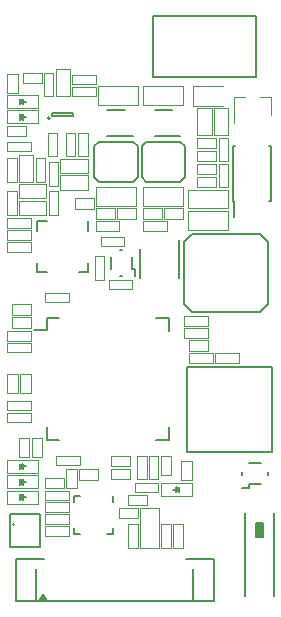
<source format=gto>
G04 #@! TF.FileFunction,Legend,Top*
%FSLAX46Y46*%
G04 Gerber Fmt 4.6, Leading zero omitted, Abs format (unit mm)*
G04 Created by KiCad (PCBNEW 4.0.6+dfsg1-1) date Wed May  2 02:34:31 2018*
%MOMM*%
%LPD*%
G01*
G04 APERTURE LIST*
%ADD10C,0.100000*%
%ADD11C,0.150000*%
%ADD12C,0.200000*%
%ADD13C,0.120000*%
G04 APERTURE END LIST*
D10*
D11*
X68950000Y-117750000D02*
X68950000Y-118950000D01*
X68850000Y-118950000D02*
X68850000Y-117750000D01*
X68750000Y-117750000D02*
X68750000Y-118950000D01*
X68650000Y-118950000D02*
X68650000Y-117750000D01*
X68550000Y-117750000D02*
X68550000Y-118950000D01*
X68450000Y-118950000D02*
X68450000Y-117750000D01*
X69050000Y-118950000D02*
X68450000Y-118950000D01*
X69050000Y-117750000D02*
X69050000Y-118950000D01*
X68450000Y-117750000D02*
X69050000Y-117750000D01*
X69950000Y-116950000D02*
X69950000Y-123950000D01*
X67550000Y-116950000D02*
X67550000Y-123950000D01*
D10*
X58450000Y-117900000D02*
X58450000Y-119900000D01*
X58450000Y-119900000D02*
X57650000Y-119900000D01*
X57650000Y-119900000D02*
X57650000Y-117900000D01*
X57650000Y-117900000D02*
X58450000Y-117900000D01*
X52600000Y-115850000D02*
X50600000Y-115850000D01*
X50600000Y-115850000D02*
X50600000Y-115050000D01*
X50600000Y-115050000D02*
X52600000Y-115050000D01*
X52600000Y-115050000D02*
X52600000Y-115850000D01*
X50600000Y-98300000D02*
X52600000Y-98300000D01*
X52600000Y-98300000D02*
X52600000Y-99100000D01*
X52600000Y-99100000D02*
X50600000Y-99100000D01*
X50600000Y-99100000D02*
X50600000Y-98300000D01*
D11*
X58250000Y-96300000D02*
X58250000Y-96900000D01*
X57950000Y-96300000D02*
X58250000Y-96300000D01*
X56150000Y-96300000D02*
X56150000Y-95300000D01*
X57950000Y-96300000D02*
X57950000Y-95300000D01*
X56950000Y-94700000D02*
X57150000Y-94700000D01*
X57150000Y-96900000D02*
X56950000Y-96900000D01*
X50725000Y-100425000D02*
X50725000Y-101425000D01*
X61075000Y-100425000D02*
X61075000Y-101500000D01*
X61075000Y-110775000D02*
X61075000Y-109700000D01*
X50725000Y-110775000D02*
X50725000Y-109700000D01*
X50725000Y-100425000D02*
X51800000Y-100425000D01*
X50725000Y-110775000D02*
X51800000Y-110775000D01*
X61075000Y-110775000D02*
X60000000Y-110775000D01*
X61075000Y-100425000D02*
X60000000Y-100425000D01*
X50725000Y-101425000D02*
X49700000Y-101425000D01*
X47995711Y-117900000D02*
G75*
G03X47995711Y-117900000I-70711J0D01*
G01*
D12*
X47700000Y-119800000D02*
X50200000Y-119800000D01*
X50200000Y-119800000D02*
X50200000Y-117000000D01*
X50200000Y-117000000D02*
X47700000Y-117000000D01*
X47700000Y-117000000D02*
X47600000Y-117000000D01*
X47600000Y-117000000D02*
X47600000Y-119800000D01*
X47600000Y-119800000D02*
X47700000Y-119800000D01*
D10*
X58650000Y-119900000D02*
X60250000Y-119900000D01*
X60250000Y-119900000D02*
X60250000Y-116500000D01*
X60250000Y-116500000D02*
X58650000Y-116500000D01*
X58650000Y-116500000D02*
X58650000Y-119900000D01*
D11*
X56325000Y-118725000D02*
X55825000Y-118725000D01*
X53075000Y-115475000D02*
X53575000Y-115475000D01*
X53075000Y-118725000D02*
X53575000Y-118725000D01*
X56325000Y-115475000D02*
X56325000Y-115975000D01*
X53075000Y-115475000D02*
X53075000Y-115975000D01*
X53075000Y-118725000D02*
X53075000Y-118225000D01*
X56325000Y-118725000D02*
X56325000Y-118225000D01*
D10*
X63000000Y-112550000D02*
X63000000Y-114150000D01*
X63000000Y-114150000D02*
X62100000Y-114150000D01*
X62100000Y-114150000D02*
X62100000Y-112550000D01*
X62100000Y-112550000D02*
X63000000Y-112550000D01*
D12*
X48100000Y-124400000D02*
X64900000Y-124400000D01*
X64900000Y-120800000D02*
X64900000Y-124400000D01*
X48100000Y-120800000D02*
X48100000Y-124400000D01*
X62500000Y-120800000D02*
X64900000Y-120800000D01*
X48100000Y-120800000D02*
X50500000Y-120800000D01*
X63150000Y-121700000D02*
X63150000Y-124400000D01*
X50450000Y-123900000D02*
X50650000Y-124400000D01*
X50450000Y-123900000D02*
X50250000Y-124400000D01*
X50450000Y-123900000D02*
X50450000Y-124400000D01*
X50450000Y-123900000D02*
X50800000Y-124400000D01*
X50100000Y-124400000D02*
X50450000Y-123900000D01*
X49850000Y-121700000D02*
X49850000Y-123100000D01*
X49850000Y-124400000D02*
X49850000Y-123100000D01*
X69800000Y-104700000D02*
X69800000Y-104600000D01*
X69800000Y-104600000D02*
X69700000Y-104600000D01*
X69700000Y-111800000D02*
X69800000Y-111800000D01*
X69800000Y-111800000D02*
X69800000Y-111700000D01*
X62700000Y-111800000D02*
X62600000Y-111800000D01*
X62600000Y-111800000D02*
X62600000Y-111700000D01*
X62700000Y-104600000D02*
X62600000Y-104600000D01*
X62600000Y-104600000D02*
X62600000Y-104700000D01*
X69800000Y-111700000D02*
X69800000Y-104700000D01*
X69700000Y-104600000D02*
X62700000Y-104600000D01*
X62600000Y-104700000D02*
X62600000Y-111700000D01*
X62700000Y-111800000D02*
X69700000Y-111800000D01*
D10*
X49400000Y-105150000D02*
X49400000Y-106750000D01*
X49400000Y-106750000D02*
X48500000Y-106750000D01*
X48500000Y-106750000D02*
X48500000Y-105150000D01*
X48500000Y-105150000D02*
X49400000Y-105150000D01*
X53300000Y-113250000D02*
X53300000Y-114850000D01*
X53300000Y-114850000D02*
X52400000Y-114850000D01*
X52400000Y-114850000D02*
X52400000Y-113250000D01*
X52400000Y-113250000D02*
X53300000Y-113250000D01*
X55100000Y-114150000D02*
X53500000Y-114150000D01*
X53500000Y-114150000D02*
X53500000Y-113250000D01*
X53500000Y-113250000D02*
X55100000Y-113250000D01*
X55100000Y-113250000D02*
X55100000Y-114150000D01*
D11*
X54250000Y-96550000D02*
X53475000Y-96550000D01*
X49950000Y-92250000D02*
X50725000Y-92250000D01*
X49950000Y-96550000D02*
X50725000Y-96550000D01*
X54250000Y-92250000D02*
X54250000Y-93025000D01*
X49950000Y-92250000D02*
X49950000Y-93025000D01*
X49950000Y-96550000D02*
X49950000Y-95775000D01*
X54250000Y-96550000D02*
X54250000Y-95775000D01*
D10*
X52350000Y-86750000D02*
X52350000Y-84750000D01*
X52350000Y-84750000D02*
X53150000Y-84750000D01*
X53150000Y-84750000D02*
X53150000Y-86750000D01*
X53150000Y-86750000D02*
X52350000Y-86750000D01*
X49400000Y-92800000D02*
X47400000Y-92800000D01*
X47400000Y-92800000D02*
X47400000Y-92000000D01*
X47400000Y-92000000D02*
X49400000Y-92000000D01*
X49400000Y-92000000D02*
X49400000Y-92800000D01*
X49400000Y-94800000D02*
X47400000Y-94800000D01*
X47400000Y-94800000D02*
X47400000Y-94000000D01*
X47400000Y-94000000D02*
X49400000Y-94000000D01*
X49400000Y-94000000D02*
X49400000Y-94800000D01*
X49400000Y-93800000D02*
X47400000Y-93800000D01*
X47400000Y-93800000D02*
X47400000Y-93000000D01*
X47400000Y-93000000D02*
X49400000Y-93000000D01*
X49400000Y-93000000D02*
X49400000Y-93800000D01*
X57300000Y-94350000D02*
X55300000Y-94350000D01*
X55300000Y-94350000D02*
X55300000Y-93550000D01*
X55300000Y-93550000D02*
X57300000Y-93550000D01*
X57300000Y-93550000D02*
X57300000Y-94350000D01*
X62700000Y-91350000D02*
X62700000Y-92950000D01*
X62700000Y-92950000D02*
X66100000Y-92950000D01*
X66100000Y-92950000D02*
X66100000Y-91350000D01*
X66100000Y-91350000D02*
X62700000Y-91350000D01*
X65300000Y-89350000D02*
X65300000Y-87350000D01*
X65300000Y-87350000D02*
X66100000Y-87350000D01*
X66100000Y-87350000D02*
X66100000Y-89350000D01*
X66100000Y-89350000D02*
X65300000Y-89350000D01*
X62700000Y-89550000D02*
X62700000Y-91150000D01*
X62700000Y-91150000D02*
X66100000Y-91150000D01*
X66100000Y-91150000D02*
X66100000Y-89550000D01*
X66100000Y-89550000D02*
X62700000Y-89550000D01*
X55100000Y-80800000D02*
X55100000Y-82400000D01*
X55100000Y-82400000D02*
X58500000Y-82400000D01*
X58500000Y-82400000D02*
X58500000Y-80800000D01*
X58500000Y-80800000D02*
X55100000Y-80800000D01*
X58900000Y-92250000D02*
X60900000Y-92250000D01*
X60900000Y-92250000D02*
X60900000Y-93050000D01*
X60900000Y-93050000D02*
X58900000Y-93050000D01*
X58900000Y-93050000D02*
X58900000Y-92250000D01*
X62300000Y-90950000D02*
X62300000Y-89350000D01*
X62300000Y-89350000D02*
X58900000Y-89350000D01*
X58900000Y-89350000D02*
X58900000Y-90950000D01*
X58900000Y-90950000D02*
X62300000Y-90950000D01*
X58200000Y-114400000D02*
X60200000Y-114400000D01*
X60200000Y-114400000D02*
X60200000Y-115200000D01*
X60200000Y-115200000D02*
X58200000Y-115200000D01*
X58200000Y-115200000D02*
X58200000Y-114400000D01*
X67000000Y-104200000D02*
X65000000Y-104200000D01*
X65000000Y-104200000D02*
X65000000Y-103400000D01*
X65000000Y-103400000D02*
X67000000Y-103400000D01*
X67000000Y-103400000D02*
X67000000Y-104200000D01*
X52600000Y-116850000D02*
X50600000Y-116850000D01*
X50600000Y-116850000D02*
X50600000Y-116050000D01*
X50600000Y-116050000D02*
X52600000Y-116050000D01*
X52600000Y-116050000D02*
X52600000Y-116850000D01*
X52600000Y-118850000D02*
X50600000Y-118850000D01*
X50600000Y-118850000D02*
X50600000Y-118050000D01*
X50600000Y-118050000D02*
X52600000Y-118050000D01*
X52600000Y-118050000D02*
X52600000Y-118850000D01*
X47400000Y-91700000D02*
X47400000Y-89700000D01*
X47400000Y-89700000D02*
X48200000Y-89700000D01*
X48200000Y-89700000D02*
X48200000Y-91700000D01*
X48200000Y-91700000D02*
X47400000Y-91700000D01*
X51700000Y-89700000D02*
X51700000Y-91700000D01*
X51700000Y-91700000D02*
X50900000Y-91700000D01*
X50900000Y-91700000D02*
X50900000Y-89700000D01*
X50900000Y-89700000D02*
X51700000Y-89700000D01*
X47400000Y-88900000D02*
X47400000Y-86900000D01*
X47400000Y-86900000D02*
X48200000Y-86900000D01*
X48200000Y-86900000D02*
X48200000Y-88900000D01*
X48200000Y-88900000D02*
X47400000Y-88900000D01*
X49800000Y-88900000D02*
X49800000Y-86900000D01*
X49800000Y-86900000D02*
X50600000Y-86900000D01*
X50600000Y-86900000D02*
X50600000Y-88900000D01*
X50600000Y-88900000D02*
X49800000Y-88900000D01*
X49400000Y-86300000D02*
X47400000Y-86300000D01*
X47400000Y-86300000D02*
X47400000Y-85500000D01*
X47400000Y-85500000D02*
X49400000Y-85500000D01*
X49400000Y-85500000D02*
X49400000Y-86300000D01*
X65300000Y-87150000D02*
X65300000Y-85150000D01*
X65300000Y-85150000D02*
X66100000Y-85150000D01*
X66100000Y-85150000D02*
X66100000Y-87150000D01*
X66100000Y-87150000D02*
X65300000Y-87150000D01*
X50600000Y-117050000D02*
X52600000Y-117050000D01*
X52600000Y-117050000D02*
X52600000Y-117850000D01*
X52600000Y-117850000D02*
X50600000Y-117850000D01*
X50600000Y-117850000D02*
X50600000Y-117050000D01*
X55600000Y-95200000D02*
X55600000Y-97200000D01*
X55600000Y-97200000D02*
X54800000Y-97200000D01*
X54800000Y-97200000D02*
X54800000Y-95200000D01*
X54800000Y-95200000D02*
X55600000Y-95200000D01*
X62250000Y-117900000D02*
X62250000Y-119900000D01*
X62250000Y-119900000D02*
X61450000Y-119900000D01*
X61450000Y-119900000D02*
X61450000Y-117900000D01*
X61450000Y-117900000D02*
X62250000Y-117900000D01*
X61250000Y-117900000D02*
X61250000Y-119900000D01*
X61250000Y-119900000D02*
X60450000Y-119900000D01*
X60450000Y-119900000D02*
X60450000Y-117900000D01*
X60450000Y-117900000D02*
X61250000Y-117900000D01*
X47400000Y-101550000D02*
X49400000Y-101550000D01*
X49400000Y-101550000D02*
X49400000Y-102350000D01*
X49400000Y-102350000D02*
X47400000Y-102350000D01*
X47400000Y-102350000D02*
X47400000Y-101550000D01*
X49400000Y-109250000D02*
X47400000Y-109250000D01*
X47400000Y-109250000D02*
X47400000Y-108450000D01*
X47400000Y-108450000D02*
X49400000Y-108450000D01*
X49400000Y-108450000D02*
X49400000Y-109250000D01*
X49400000Y-108250000D02*
X47400000Y-108250000D01*
X47400000Y-108250000D02*
X47400000Y-107450000D01*
X47400000Y-107450000D02*
X49400000Y-107450000D01*
X49400000Y-107450000D02*
X49400000Y-108250000D01*
X47400000Y-102550000D02*
X49400000Y-102550000D01*
X49400000Y-102550000D02*
X49400000Y-103350000D01*
X49400000Y-103350000D02*
X47400000Y-103350000D01*
X47400000Y-103350000D02*
X47400000Y-102550000D01*
X64400000Y-101100000D02*
X62400000Y-101100000D01*
X62400000Y-101100000D02*
X62400000Y-100300000D01*
X62400000Y-100300000D02*
X64400000Y-100300000D01*
X64400000Y-100300000D02*
X64400000Y-101100000D01*
X59400000Y-114100000D02*
X59400000Y-112100000D01*
X59400000Y-112100000D02*
X60200000Y-112100000D01*
X60200000Y-112100000D02*
X60200000Y-114100000D01*
X60200000Y-114100000D02*
X59400000Y-114100000D01*
X51550000Y-112100000D02*
X53550000Y-112100000D01*
X53550000Y-112100000D02*
X53550000Y-112900000D01*
X53550000Y-112900000D02*
X51550000Y-112900000D01*
X51550000Y-112900000D02*
X51550000Y-112100000D01*
X64400000Y-102100000D02*
X62400000Y-102100000D01*
X62400000Y-102100000D02*
X62400000Y-101300000D01*
X62400000Y-101300000D02*
X64400000Y-101300000D01*
X64400000Y-101300000D02*
X64400000Y-102100000D01*
X58400000Y-114100000D02*
X58400000Y-112100000D01*
X58400000Y-112100000D02*
X59200000Y-112100000D01*
X59200000Y-112100000D02*
X59200000Y-114100000D01*
X59200000Y-114100000D02*
X58400000Y-114100000D01*
X50000700Y-82850000D02*
X50000700Y-83950000D01*
X47400700Y-83950000D02*
X47400700Y-82850000D01*
X47400700Y-82850000D02*
X50000700Y-82850000D01*
X50000700Y-83950000D02*
X47400700Y-83950000D01*
D11*
X48500700Y-83400000D02*
X48950700Y-83400000D01*
X48450700Y-83150000D02*
X48450700Y-83650000D01*
X48450700Y-83400000D02*
X48700700Y-83150000D01*
X48700700Y-83150000D02*
X48700700Y-83650000D01*
X48700700Y-83650000D02*
X48450700Y-83400000D01*
D10*
X50000000Y-112450000D02*
X50000000Y-113550000D01*
X47400000Y-113550000D02*
X47400000Y-112450000D01*
X47400000Y-112450000D02*
X50000000Y-112450000D01*
X50000000Y-113550000D02*
X47400000Y-113550000D01*
D11*
X48500000Y-113000000D02*
X48950000Y-113000000D01*
X48450000Y-112750000D02*
X48450000Y-113250000D01*
X48450000Y-113000000D02*
X48700000Y-112750000D01*
X48700000Y-112750000D02*
X48700000Y-113250000D01*
X48700000Y-113250000D02*
X48450000Y-113000000D01*
D10*
X60400000Y-115500000D02*
X60400000Y-114400000D01*
X63000000Y-114400000D02*
X63000000Y-115500000D01*
X63000000Y-115500000D02*
X60400000Y-115500000D01*
X60400000Y-114400000D02*
X63000000Y-114400000D01*
D11*
X61900000Y-114950000D02*
X61450000Y-114950000D01*
X61950000Y-115200000D02*
X61950000Y-114700000D01*
X61950000Y-114950000D02*
X61700000Y-115200000D01*
X61700000Y-115200000D02*
X61700000Y-114700000D01*
X61700000Y-114700000D02*
X61950000Y-114950000D01*
X66475000Y-90525000D02*
X66575000Y-90525000D01*
X66475000Y-85875000D02*
X66675000Y-85875000D01*
X69725000Y-85875000D02*
X69525000Y-85875000D01*
X69725000Y-90525000D02*
X69525000Y-90525000D01*
X66475000Y-90525000D02*
X66475000Y-85875000D01*
X69725000Y-90525000D02*
X69725000Y-85875000D01*
X66575000Y-90525000D02*
X66575000Y-91875000D01*
X61325000Y-82800000D02*
X59875000Y-82800000D01*
X62050000Y-85000000D02*
X59875000Y-85000000D01*
X58650000Y-94575000D02*
X58650000Y-97025000D01*
X61950000Y-93850000D02*
X61950000Y-97025000D01*
D10*
X63500000Y-88450000D02*
X65100000Y-88450000D01*
X65100000Y-88450000D02*
X65100000Y-89350000D01*
X65100000Y-89350000D02*
X63500000Y-89350000D01*
X63500000Y-89350000D02*
X63500000Y-88450000D01*
X65100000Y-88250000D02*
X63500000Y-88250000D01*
X63500000Y-88250000D02*
X63500000Y-87350000D01*
X63500000Y-87350000D02*
X65100000Y-87350000D01*
X65100000Y-87350000D02*
X65100000Y-88250000D01*
X47400000Y-106750000D02*
X47400000Y-105150000D01*
X47400000Y-105150000D02*
X48300000Y-105150000D01*
X48300000Y-105150000D02*
X48300000Y-106750000D01*
X48300000Y-106750000D02*
X47400000Y-106750000D01*
X57800000Y-113000000D02*
X56200000Y-113000000D01*
X56200000Y-113000000D02*
X56200000Y-112100000D01*
X56200000Y-112100000D02*
X57800000Y-112100000D01*
X57800000Y-112100000D02*
X57800000Y-113000000D01*
X56200000Y-113200000D02*
X57800000Y-113200000D01*
X57800000Y-113200000D02*
X57800000Y-114100000D01*
X57800000Y-114100000D02*
X56200000Y-114100000D01*
X56200000Y-114100000D02*
X56200000Y-113200000D01*
X58900000Y-91150000D02*
X60500000Y-91150000D01*
X60500000Y-91150000D02*
X60500000Y-92050000D01*
X60500000Y-92050000D02*
X58900000Y-92050000D01*
X58900000Y-92050000D02*
X58900000Y-91150000D01*
X60700000Y-91150000D02*
X62300000Y-91150000D01*
X62300000Y-91150000D02*
X62300000Y-92050000D01*
X62300000Y-92050000D02*
X60700000Y-92050000D01*
X60700000Y-92050000D02*
X60700000Y-91150000D01*
X57600000Y-115400000D02*
X59200000Y-115400000D01*
X59200000Y-115400000D02*
X59200000Y-116300000D01*
X59200000Y-116300000D02*
X57600000Y-116300000D01*
X57600000Y-116300000D02*
X57600000Y-115400000D01*
X47400000Y-84150000D02*
X49000000Y-84150000D01*
X49000000Y-84150000D02*
X49000000Y-85050000D01*
X49000000Y-85050000D02*
X47400000Y-85050000D01*
X47400000Y-85050000D02*
X47400000Y-84150000D01*
X49250000Y-110600000D02*
X49250000Y-112200000D01*
X49250000Y-112200000D02*
X48350000Y-112200000D01*
X48350000Y-112200000D02*
X48350000Y-110600000D01*
X48350000Y-110600000D02*
X49250000Y-110600000D01*
X56850000Y-116500000D02*
X58450000Y-116500000D01*
X58450000Y-116500000D02*
X58450000Y-117400000D01*
X58450000Y-117400000D02*
X56850000Y-117400000D01*
X56850000Y-117400000D02*
X56850000Y-116500000D01*
X53100000Y-90300000D02*
X54700000Y-90300000D01*
X54700000Y-90300000D02*
X54700000Y-91200000D01*
X54700000Y-91200000D02*
X53100000Y-91200000D01*
X53100000Y-91200000D02*
X53100000Y-90300000D01*
X66100000Y-82650000D02*
X66100000Y-84950000D01*
X66100000Y-84950000D02*
X64900000Y-84950000D01*
X64900000Y-84950000D02*
X64900000Y-82650000D01*
X64900000Y-82650000D02*
X66100000Y-82650000D01*
X60400000Y-113700000D02*
X60400000Y-112100000D01*
X60400000Y-112100000D02*
X61300000Y-112100000D01*
X61300000Y-112100000D02*
X61300000Y-113700000D01*
X61300000Y-113700000D02*
X60400000Y-113700000D01*
X64700000Y-82650000D02*
X64700000Y-84950000D01*
X64700000Y-84950000D02*
X63500000Y-84950000D01*
X63500000Y-84950000D02*
X63500000Y-82650000D01*
X63500000Y-82650000D02*
X64700000Y-82650000D01*
X47800000Y-99250000D02*
X49400000Y-99250000D01*
X49400000Y-99250000D02*
X49400000Y-100150000D01*
X49400000Y-100150000D02*
X47800000Y-100150000D01*
X47800000Y-100150000D02*
X47800000Y-99250000D01*
X47800000Y-100350000D02*
X49400000Y-100350000D01*
X49400000Y-100350000D02*
X49400000Y-101250000D01*
X49400000Y-101250000D02*
X47800000Y-101250000D01*
X47800000Y-101250000D02*
X47800000Y-100350000D01*
X65100000Y-87150000D02*
X63500000Y-87150000D01*
X63500000Y-87150000D02*
X63500000Y-86250000D01*
X63500000Y-86250000D02*
X65100000Y-86250000D01*
X65100000Y-86250000D02*
X65100000Y-87150000D01*
X65100000Y-86050000D02*
X63500000Y-86050000D01*
X63500000Y-86050000D02*
X63500000Y-85150000D01*
X63500000Y-85150000D02*
X65100000Y-85150000D01*
X65100000Y-85150000D02*
X65100000Y-86050000D01*
X64400000Y-103200000D02*
X62800000Y-103200000D01*
X62800000Y-103200000D02*
X62800000Y-102300000D01*
X62800000Y-102300000D02*
X64400000Y-102300000D01*
X64400000Y-102300000D02*
X64400000Y-103200000D01*
X58900000Y-80800000D02*
X58900000Y-82400000D01*
X58900000Y-82400000D02*
X62300000Y-82400000D01*
X62300000Y-82400000D02*
X62300000Y-80800000D01*
X62300000Y-80800000D02*
X58900000Y-80800000D01*
X54900000Y-92250000D02*
X56900000Y-92250000D01*
X56900000Y-92250000D02*
X56900000Y-93050000D01*
X56900000Y-93050000D02*
X54900000Y-93050000D01*
X54900000Y-93050000D02*
X54900000Y-92250000D01*
X58300000Y-90950000D02*
X58300000Y-89350000D01*
X58300000Y-89350000D02*
X54900000Y-89350000D01*
X54900000Y-89350000D02*
X54900000Y-90950000D01*
X54900000Y-90950000D02*
X58300000Y-90950000D01*
X54900000Y-91150000D02*
X56500000Y-91150000D01*
X56500000Y-91150000D02*
X56500000Y-92050000D01*
X56500000Y-92050000D02*
X54900000Y-92050000D01*
X54900000Y-92050000D02*
X54900000Y-91150000D01*
X56700000Y-91150000D02*
X58300000Y-91150000D01*
X58300000Y-91150000D02*
X58300000Y-92050000D01*
X58300000Y-92050000D02*
X56700000Y-92050000D01*
X56700000Y-92050000D02*
X56700000Y-91150000D01*
D11*
X57325000Y-82800000D02*
X55875000Y-82800000D01*
X58050000Y-85000000D02*
X55875000Y-85000000D01*
D12*
X58770000Y-85890000D02*
X59160000Y-85500000D01*
X58770000Y-88510000D02*
X59160000Y-88900000D01*
X58770000Y-85890000D02*
X58770000Y-88510000D01*
X62040000Y-88900000D02*
X62430000Y-88510000D01*
X62430000Y-88510000D02*
X62430000Y-85890000D01*
X62040000Y-85500000D02*
X62430000Y-85890000D01*
X59160000Y-85500000D02*
X62040000Y-85500000D01*
X60600000Y-88900000D02*
X59160000Y-88900000D01*
X60600000Y-88900000D02*
X62040000Y-88900000D01*
X54770000Y-85890000D02*
X55160000Y-85500000D01*
X54770000Y-88510000D02*
X55160000Y-88900000D01*
X54770000Y-85890000D02*
X54770000Y-88510000D01*
X58040000Y-88900000D02*
X58430000Y-88510000D01*
X58430000Y-88510000D02*
X58430000Y-85890000D01*
X58040000Y-85500000D02*
X58430000Y-85890000D01*
X55160000Y-85500000D02*
X58040000Y-85500000D01*
X56600000Y-88900000D02*
X55160000Y-88900000D01*
X56600000Y-88900000D02*
X58040000Y-88900000D01*
D10*
X50000000Y-115050000D02*
X50000000Y-116150000D01*
X47400000Y-116150000D02*
X47400000Y-115050000D01*
X47400000Y-115050000D02*
X50000000Y-115050000D01*
X50000000Y-116150000D02*
X47400000Y-116150000D01*
D11*
X48500000Y-115600000D02*
X48950000Y-115600000D01*
X48450000Y-115350000D02*
X48450000Y-115850000D01*
X48450000Y-115600000D02*
X48700000Y-115350000D01*
X48700000Y-115350000D02*
X48700000Y-115850000D01*
X48700000Y-115850000D02*
X48450000Y-115600000D01*
D10*
X52200000Y-114850000D02*
X50600000Y-114850000D01*
X50600000Y-114850000D02*
X50600000Y-113950000D01*
X50600000Y-113950000D02*
X52200000Y-113950000D01*
X52200000Y-113950000D02*
X52200000Y-114850000D01*
X50900000Y-89250000D02*
X50900000Y-87250000D01*
X50900000Y-87250000D02*
X51700000Y-87250000D01*
X51700000Y-87250000D02*
X51700000Y-89250000D01*
X51700000Y-89250000D02*
X50900000Y-89250000D01*
X50850000Y-86750000D02*
X50850000Y-84750000D01*
X50850000Y-84750000D02*
X51650000Y-84750000D01*
X51650000Y-84750000D02*
X51650000Y-86750000D01*
X51650000Y-86750000D02*
X50850000Y-86750000D01*
X52900000Y-80850000D02*
X54900000Y-80850000D01*
X54900000Y-80850000D02*
X54900000Y-81650000D01*
X54900000Y-81650000D02*
X52900000Y-81650000D01*
X52900000Y-81650000D02*
X52900000Y-80850000D01*
X50500000Y-81650000D02*
X50500000Y-79650000D01*
X50500000Y-79650000D02*
X51300000Y-79650000D01*
X51300000Y-79650000D02*
X51300000Y-81650000D01*
X51300000Y-81650000D02*
X50500000Y-81650000D01*
X52900000Y-79850000D02*
X54900000Y-79850000D01*
X54900000Y-79850000D02*
X54900000Y-80650000D01*
X54900000Y-80650000D02*
X52900000Y-80650000D01*
X52900000Y-80650000D02*
X52900000Y-79850000D01*
X52700000Y-79350000D02*
X52700000Y-81650000D01*
X52700000Y-81650000D02*
X51500000Y-81650000D01*
X51500000Y-81650000D02*
X51500000Y-79350000D01*
X51500000Y-79350000D02*
X52700000Y-79350000D01*
X48400000Y-89100000D02*
X50700000Y-89100000D01*
X50700000Y-89100000D02*
X50700000Y-90300000D01*
X50700000Y-90300000D02*
X48400000Y-90300000D01*
X48400000Y-90300000D02*
X48400000Y-89100000D01*
X49600000Y-86600000D02*
X49600000Y-88900000D01*
X49600000Y-88900000D02*
X48400000Y-88900000D01*
X48400000Y-88900000D02*
X48400000Y-86600000D01*
X48400000Y-86600000D02*
X49600000Y-86600000D01*
X50700000Y-91700000D02*
X48400000Y-91700000D01*
X48400000Y-91700000D02*
X48400000Y-90500000D01*
X48400000Y-90500000D02*
X50700000Y-90500000D01*
X50700000Y-90500000D02*
X50700000Y-91700000D01*
X51900000Y-88350000D02*
X54200000Y-88350000D01*
X54200000Y-88350000D02*
X54200000Y-89550000D01*
X54200000Y-89550000D02*
X51900000Y-89550000D01*
X51900000Y-89550000D02*
X51900000Y-88350000D01*
D13*
X69730000Y-81740000D02*
X68800000Y-81740000D01*
X66570000Y-81740000D02*
X67500000Y-81740000D01*
X66570000Y-81740000D02*
X66570000Y-83900000D01*
X69730000Y-81740000D02*
X69730000Y-83200000D01*
X63100000Y-80750000D02*
X63100000Y-82450000D01*
X63100000Y-82450000D02*
X65650000Y-82450000D01*
X63100000Y-80750000D02*
X65650000Y-80750000D01*
D10*
X62800000Y-103400000D02*
X64800000Y-103400000D01*
X64800000Y-103400000D02*
X64800000Y-104200000D01*
X64800000Y-104200000D02*
X62800000Y-104200000D01*
X62800000Y-104200000D02*
X62800000Y-103400000D01*
X50000000Y-81550000D02*
X50000000Y-82650000D01*
X47400000Y-82650000D02*
X47400000Y-81550000D01*
X47400000Y-81550000D02*
X50000000Y-81550000D01*
X50000000Y-82650000D02*
X47400000Y-82650000D01*
D11*
X48500000Y-82100000D02*
X48950000Y-82100000D01*
X48450000Y-81850000D02*
X48450000Y-82350000D01*
X48450000Y-82100000D02*
X48700000Y-81850000D01*
X48700000Y-81850000D02*
X48700000Y-82350000D01*
X48700000Y-82350000D02*
X48450000Y-82100000D01*
D10*
X47400000Y-81350000D02*
X47400000Y-79750000D01*
X47400000Y-79750000D02*
X48300000Y-79750000D01*
X48300000Y-79750000D02*
X48300000Y-81350000D01*
X48300000Y-81350000D02*
X47400000Y-81350000D01*
D12*
X69460000Y-99220000D02*
X68780000Y-99900000D01*
X69460000Y-93980000D02*
X68780000Y-93300000D01*
X69460000Y-99220000D02*
X69460000Y-93980000D01*
X63020000Y-93300000D02*
X62340000Y-93980000D01*
X62340000Y-93980000D02*
X62340000Y-99220000D01*
X63020000Y-99900000D02*
X62340000Y-99220000D01*
X68780000Y-99900000D02*
X63020000Y-99900000D01*
X65900000Y-93300000D02*
X68780000Y-93300000D01*
X65900000Y-93300000D02*
X63020000Y-93300000D01*
D11*
X51011803Y-83500000D02*
G75*
G03X51011803Y-83500000I-111803J0D01*
G01*
X51200000Y-83300000D02*
X51200000Y-83100000D01*
X53000000Y-83300000D02*
X51200000Y-83300000D01*
X53000000Y-83100000D02*
X53000000Y-83300000D01*
X51200000Y-83100000D02*
X53000000Y-83100000D01*
X68450900Y-80000000D02*
X59750900Y-80000000D01*
X59750000Y-80000000D02*
X59750000Y-74825000D01*
X59750000Y-74825000D02*
X68450000Y-74825000D01*
X68450900Y-74825000D02*
X68450900Y-80000000D01*
D10*
X54200000Y-84750000D02*
X54200000Y-86750000D01*
X54200000Y-86750000D02*
X53400000Y-86750000D01*
X53400000Y-86750000D02*
X53400000Y-84750000D01*
X53400000Y-84750000D02*
X54200000Y-84750000D01*
X54200000Y-88150000D02*
X51900000Y-88150000D01*
X51900000Y-88150000D02*
X51900000Y-86950000D01*
X51900000Y-86950000D02*
X54200000Y-86950000D01*
X54200000Y-86950000D02*
X54200000Y-88150000D01*
X50300000Y-80550000D02*
X48700000Y-80550000D01*
X48700000Y-80550000D02*
X48700000Y-79650000D01*
X48700000Y-79650000D02*
X50300000Y-79650000D01*
X50300000Y-79650000D02*
X50300000Y-80550000D01*
X50000000Y-113750000D02*
X50000000Y-114850000D01*
X47400000Y-114850000D02*
X47400000Y-113750000D01*
X47400000Y-113750000D02*
X50000000Y-113750000D01*
X50000000Y-114850000D02*
X47400000Y-114850000D01*
D11*
X48500000Y-114300000D02*
X48950000Y-114300000D01*
X48450000Y-114050000D02*
X48450000Y-114550000D01*
X48450000Y-114300000D02*
X48700000Y-114050000D01*
X48700000Y-114050000D02*
X48700000Y-114550000D01*
X48700000Y-114550000D02*
X48450000Y-114300000D01*
D10*
X50350000Y-110600000D02*
X50350000Y-112200000D01*
X50350000Y-112200000D02*
X49450000Y-112200000D01*
X49450000Y-112200000D02*
X49450000Y-110600000D01*
X49450000Y-110600000D02*
X50350000Y-110600000D01*
X58000000Y-98000000D02*
X56000000Y-98000000D01*
X56000000Y-98000000D02*
X56000000Y-97200000D01*
X56000000Y-97200000D02*
X58000000Y-97200000D01*
X58000000Y-97200000D02*
X58000000Y-98000000D01*
D11*
X67850000Y-114800000D02*
X67250000Y-114800000D01*
X67850000Y-114500000D02*
X67850000Y-114800000D01*
X67850000Y-112700000D02*
X68850000Y-112700000D01*
X67850000Y-114500000D02*
X68850000Y-114500000D01*
X69450000Y-113500000D02*
X69450000Y-113700000D01*
X67250000Y-113700000D02*
X67250000Y-113500000D01*
M02*

</source>
